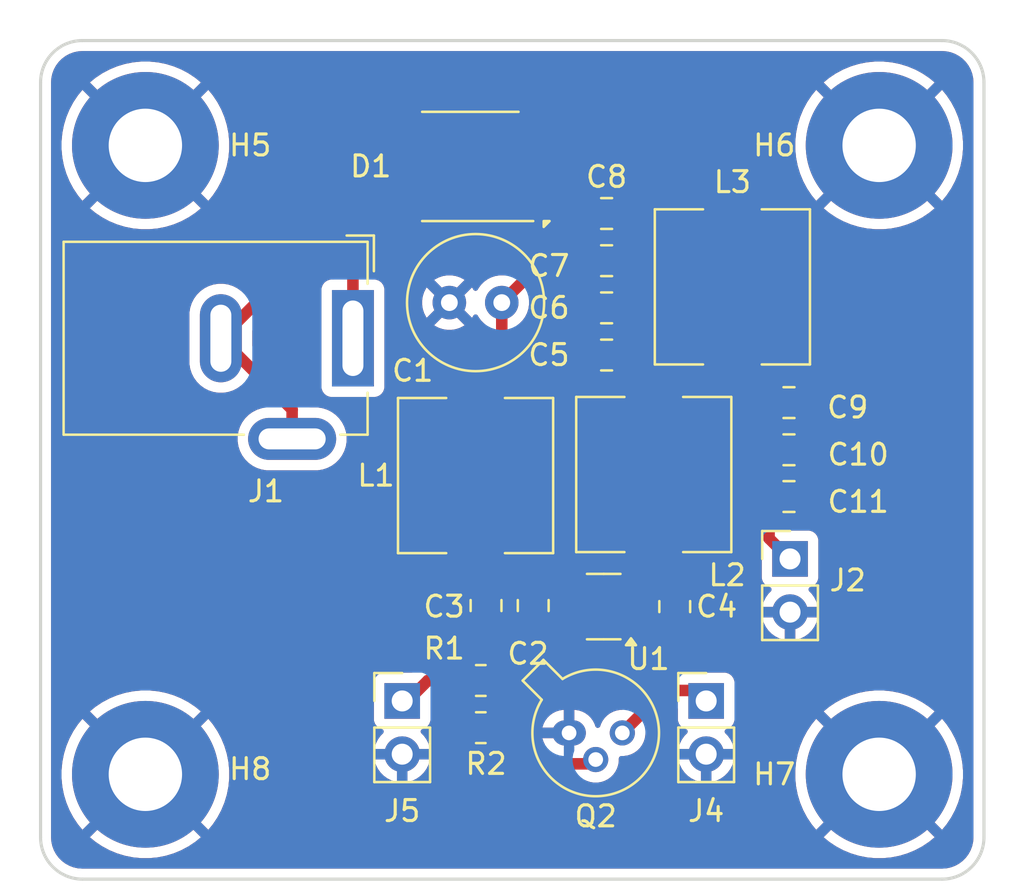
<source format=kicad_pcb>
(kicad_pcb (version 20241229) (generator "pcbnew") (generator_version "9.0")
  (layers (0 "F.Cu" signal) (2 "B.Cu" signal) (13 "F.Paste" user) (15 "B.Paste" user) (5 "F.SilkS" user "F.Silkscreen") (7 "B.SilkS" user "B.Silkscreen") (1 "F.Mask" user) (3 "B.Mask" user) (25 "Edge.Cuts" user))
  (net 0 "")
  (net 1 "GND")
  (net 2 "Net-(U1-VI)")
  (net 3 "Net-(U1-VO)")
  (net 4 "Net-(D1-+)")
  (net 5 "Net-(C5-Pad1)")
  (net 6 "Net-(J2-Pin_1)")
  (net 7 "Net-(D1-Pad3)")
  (net 8 "Net-(D1-Pad4)")
  (net 9 "Net-(J4-Pin_1)")
  (net 10 "Net-(J5-Pin_1)")
  (net 11 "Net-(Q2-B)")
  (footprint "Resistor_SMD:R_0805_2012Metric" (layer "F.Cu") (at 121 68.525 180)
    (property "Reference" "R1" (at 1.75 1.525 0) (layer "F.SilkS"))
    (property "Value" "8k2")
    (fp_line (start -0.227064 0.735) (end 0.227064 0.735) (stroke (width 0.12)) (layer "F.SilkS"))
    (fp_line (start -0.227064 -0.735) (end 0.227064 -0.735) (stroke (width 0.12)) (layer "F.SilkS"))
    (pad "1" smd roundrect (at -0.9125 0 180) (size 1.025 1.4) (layers "F.Cu" "F.Mask" "F.Paste") (roundrect_rratio 0.243902) (net 11 "Net-(Q2-B)"))
    (pad "2" smd roundrect (at 0.9125 0 180) (size 1.025 1.4) (layers "F.Cu" "F.Mask" "F.Paste") (roundrect_rratio 0.243902) (net 10 "Net-(J5-Pin_1)"))
  )
  (footprint "Capacitor_SMD:C_0805_2012Metric" (layer "F.Cu") (at 130.25 65 -90)
    (property "Reference" "C4" (at 0 -2 180) (layer "F.SilkS"))
    (property "Value" "1u")
    (fp_line (start -0.261252 0.735) (end 0.261252 0.735) (stroke (width 0.12)) (layer "F.SilkS"))
    (fp_line (start -0.261252 -0.735) (end 0.261252 -0.735) (stroke (width 0.12)) (layer "F.SilkS"))
    (pad "1" smd roundrect (at -0.95 0 270) (size 1 1.45) (layers "F.Cu" "F.Mask" "F.Paste") (net 3 "Net-(U1-VO)"))
    (pad "2" smd roundrect (at 0.95 0 270) (size 1 1.45) (layers "F.Cu" "F.Mask" "F.Paste") (net 1 "GND"))
  )
  (footprint "Diode_SMD:Diode_Bridge_Diotec_ABS" (layer "F.Cu") (at 120.5 44 180)
    (property "Reference" "D1" (at 4.75 0 0) (layer "F.SilkS"))
    (property "Value" "ABS2")
    (fp_line (start 2.3 2.6) (end -2.3 2.6) (stroke (width 0.12)) (layer "F.SilkS"))
    (fp_line (start 2.3 -2.61) (end -3 -2.61) (stroke (width 0.12)) (layer "F.SilkS"))
    (fp_poly (pts (xy -3.5 -2.61) (xy -3.78 -2.61) (xy -3.5 -2.89) (xy -3.5 -2.61)) (stroke (width 0.12)) (fill yes) (layer "F.SilkS"))
    (pad "1" smd rect (at -2.975 -2 180) (size 1 0.7) (layers "F.Cu" "F.Mask" "F.Paste") (net 4 "Net-(D1-+)"))
    (pad "2" smd rect (at -2.975 2 180) (size 1 0.7) (layers "F.Cu" "F.Mask" "F.Paste") (net 1 "GND"))
    (pad "3" smd rect (at 2.975 2 180) (size 1 0.7) (layers "F.Cu" "F.Mask" "F.Paste") (net 7 "Net-(D1-Pad3)"))
    (pad "4" smd rect (at 2.975 -2 180) (size 1 0.7) (layers "F.Cu" "F.Mask" "F.Paste") (net 8 "Net-(D1-Pad4)"))
  )
  (footprint "Inductor_SMD:L_7.3x7.3_H3.5" (layer "F.Cu") (at 133 49.75 90)
    (property "Reference" "L3" (at 5 0 180) (layer "F.SilkS"))
    (property "Value" "22u")
    (fp_line (start 3.7 -3.7) (end 3.7 -1.4) (stroke (width 0.12)) (layer "F.SilkS"))
    (fp_line (start -3.7 -3.7) (end 3.7 -3.7) (stroke (width 0.12)) (layer "F.SilkS"))
    (fp_line (start -3.7 -1.4) (end -3.7 -3.7) (stroke (width 0.12)) (layer "F.SilkS"))
    (fp_line (start 3.7 1.4) (end 3.7 3.7) (stroke (width 0.12)) (layer "F.SilkS"))
    (fp_line (start 3.7 3.7) (end -3.7 3.7) (stroke (width 0.12)) (layer "F.SilkS"))
    (fp_line (start -3.7 3.7) (end -3.7 1.4) (stroke (width 0.12)) (layer "F.SilkS"))
    (pad "1" smd rect (at -3.2 0 90) (size 1.5 2.2) (layers "F.Cu" "F.Mask" "F.Paste") (net 6 "Net-(J2-Pin_1)"))
    (pad "2" smd rect (at 3.2 0 90) (size 1.5 2.2) (layers "F.Cu" "F.Mask" "F.Paste") (net 5 "Net-(C5-Pad1)"))
  )
  (footprint "Capacitor_SMD:C_0805_2012Metric" (layer "F.Cu") (at 127 48.5 180)
    (property "Reference" "C7" (at 2.75 -0.25 0) (layer "F.SilkS"))
    (property "Value" "10n")
    (fp_line (start -0.261252 0.735) (end 0.261252 0.735) (stroke (width 0.12)) (layer "F.SilkS"))
    (fp_line (start -0.261252 -0.735) (end 0.261252 -0.735) (stroke (width 0.12)) (layer "F.SilkS"))
    (pad "1" smd roundrect (at -0.95 0 180) (size 1 1.45) (layers "F.Cu" "F.Mask" "F.Paste") (net 5 "Net-(C5-Pad1)"))
    (pad "2" smd roundrect (at 0.95 0 180) (size 1 1.45) (layers "F.Cu" "F.Mask" "F.Paste") (net 1 "GND"))
  )
  (footprint "Inductor_SMD:L_7.3x7.3_H3.5" (layer "F.Cu") (at 120.75 58.75 90)
    (property "Reference" "L1" (at 0 -4.75 180) (layer "F.SilkS"))
    (property "Value" "22u")
    (fp_line (start 3.7 -3.7) (end 3.7 -1.4) (stroke (width 0.12)) (layer "F.SilkS"))
    (fp_line (start -3.7 -3.7) (end 3.7 -3.7) (stroke (width 0.12)) (layer "F.SilkS"))
    (fp_line (start -3.7 -1.4) (end -3.7 -3.7) (stroke (width 0.12)) (layer "F.SilkS"))
    (fp_line (start 3.7 1.4) (end 3.7 3.7) (stroke (width 0.12)) (layer "F.SilkS"))
    (fp_line (start 3.7 3.7) (end -3.7 3.7) (stroke (width 0.12)) (layer "F.SilkS"))
    (fp_line (start -3.7 3.7) (end -3.7 1.4) (stroke (width 0.12)) (layer "F.SilkS"))
    (pad "1" smd rect (at -3.2 0 90) (size 1.5 2.2) (layers "F.Cu" "F.Mask" "F.Paste") (net 2 "Net-(U1-VI)"))
    (pad "2" smd rect (at 3.2 0 90) (size 1.5 2.2) (layers "F.Cu" "F.Mask" "F.Paste") (net 4 "Net-(D1-+)"))
  )
  (footprint "Package_TO_SOT_THT:TO-18-3" (layer "F.Cu") (at 125.21 71.025)
    (property "Reference" "Q2" (at 1.27 3.975 0) (layer "F.SilkS"))
    (property "Value" "BC107")
    (fp_line (start -2.214448 -2.494499) (end -1.302281 -1.582331) (stroke (width 0.12)) (layer "F.SilkS"))
    (fp_line (start -1.224499 -3.484448) (end -2.214448 -2.494499) (stroke (width 0.12)) (layer "F.SilkS"))
    (fp_line (start -0.312331 -2.572281) (end -1.224499 -3.484448) (stroke (width 0.12)) (layer "F.SilkS"))
    (fp_arc (start -0.312331 -2.572281) (mid 3.405462 2.135462) (end -1.302281 -1.582331) (stroke (width 0.12)) (layer "F.SilkS"))
    (pad "1" thru_hole oval (at 0 0) (size 1.6 1.2) (drill 0.7) (layers "*.Cu" "*.Mask") (net 1 "GND"))
    (pad "2" thru_hole circle (at 1.27 1.27) (size 1.2 1.2) (drill 0.7) (layers "*.Cu" "*.Mask") (net 11 "Net-(Q2-B)"))
    (pad "3" thru_hole circle (at 2.54 0) (size 1.2 1.2) (drill 0.7) (layers "*.Cu" "*.Mask") (net 9 "Net-(J4-Pin_1)"))
  )
  (footprint "MountingHole:MountingHole_3.5mm_Pad" (layer "F.Cu") (at 140 43 90)
    (property "Reference" "H6" (at 0 -5 180) (layer "F.SilkS"))
    (property "Value" "MountingHole_Pad")
    (pad "1" thru_hole circle (at 0 0 90) (size 7 7) (drill 3.5) (layers "*.Cu" "*.Mask") (net 1 "GND"))
  )
  (footprint "Capacitor_SMD:C_0805_2012Metric" (layer "F.Cu") (at 127 50.75 180)
    (property "Reference" "C6" (at 2.75 0 0) (layer "F.SilkS"))
    (property "Value" "100n")
    (fp_line (start -0.261252 0.735) (end 0.261252 0.735) (stroke (width 0.12)) (layer "F.SilkS"))
    (fp_line (start -0.261252 -0.735) (end 0.261252 -0.735) (stroke (width 0.12)) (layer "F.SilkS"))
    (pad "1" smd roundrect (at -0.95 0 180) (size 1 1.45) (layers "F.Cu" "F.Mask" "F.Paste") (net 5 "Net-(C5-Pad1)"))
    (pad "2" smd roundrect (at 0.95 0 180) (size 1 1.45) (layers "F.Cu" "F.Mask" "F.Paste") (net 1 "GND"))
  )
  (footprint "Capacitor_SMD:C_0805_2012Metric" (layer "F.Cu") (at 121.25 64.95 -90)
    (property "Reference" "C3" (at 0.05 2 180) (layer "F.SilkS"))
    (property "Value" "1u")
    (fp_line (start -0.261252 0.735) (end 0.261252 0.735) (stroke (width 0.12)) (layer "F.SilkS"))
    (fp_line (start -0.261252 -0.735) (end 0.261252 -0.735) (stroke (width 0.12)) (layer "F.SilkS"))
    (pad "1" smd roundrect (at -0.95 0 270) (size 1 1.45) (layers "F.Cu" "F.Mask" "F.Paste") (net 2 "Net-(U1-VI)"))
    (pad "2" smd roundrect (at 0.95 0 270) (size 1 1.45) (layers "F.Cu" "F.Mask" "F.Paste") (net 1 "GND"))
  )
  (footprint "Capacitor_SMD:C_0805_2012Metric" (layer "F.Cu") (at 127 46.25 180)
    (property "Reference" "C8" (at 0 1.75 0) (layer "F.SilkS"))
    (property "Value" "1u")
    (fp_line (start -0.261252 0.735) (end 0.261252 0.735) (stroke (width 0.12)) (layer "F.SilkS"))
    (fp_line (start -0.261252 -0.735) (end 0.261252 -0.735) (stroke (width 0.12)) (layer "F.SilkS"))
    (pad "1" smd roundrect (at -0.95 0 180) (size 1 1.45) (layers "F.Cu" "F.Mask" "F.Paste") (net 5 "Net-(C5-Pad1)"))
    (pad "2" smd roundrect (at 0.95 0 180) (size 1 1.45) (layers "F.Cu" "F.Mask" "F.Paste") (net 1 "GND"))
  )
  (footprint "Connector_PinHeader_2.54mm:PinHeader_1x02_P2.54mm_Vertical" (layer "F.Cu") (at 117.25 69.5)
    (property "Reference" "J5" (at 0 5.25 0) (layer "F.SilkS"))
    (property "Value" "Conn_01x02_Pin")
    (fp_line (start -1.33 -1.33) (end 0 -1.33) (stroke (width 0.12)) (layer "F.SilkS"))
    (fp_line (start -1.33 0) (end -1.33 -1.33) (stroke (width 0.12)) (layer "F.SilkS"))
    (fp_line (start -1.33 1.27) (end -1.33 3.87) (stroke (width 0.12)) (layer "F.SilkS"))
    (fp_line (start -1.33 1.27) (end 1.33 1.27) (stroke (width 0.12)) (layer "F.SilkS"))
    (fp_line (start -1.33 3.87) (end 1.33 3.87) (stroke (width 0.12)) (layer "F.SilkS"))
    (fp_line (start 1.33 1.27) (end 1.33 3.87) (stroke (width 0.12)) (layer "F.SilkS"))
    (pad "1" thru_hole rect (at 0 0) (size 1.7 1.7) (drill 1) (layers "*.Cu" "*.Mask") (net 10 "Net-(J5-Pin_1)"))
    (pad "2" thru_hole oval (at 0 2.54) (size 1.7 1.7) (drill 1) (layers "*.Cu" "*.Mask") (net 1 "GND"))
  )
  (footprint "Connector_BarrelJack:BarrelJack_GCT_DCJ200-10-A_Horizontal" (layer "F.Cu") (at 114.9 52.2 -90)
    (property "Reference" "J1" (at 7.3 4.15 180) (layer "F.SilkS"))
    (property "Value" "Barrel_Jack_Switch")
    (fp_line (start -4.6 13.8) (end -4.6 -0.7) (stroke (width 0.12)) (layer "F.SilkS"))
    (fp_line (start 4.6 13.8) (end -4.6 13.8) (stroke (width 0.12)) (layer "F.SilkS"))
    (fp_line (start 4.6 5.2) (end 4.6 13.8) (stroke (width 0.12)) (layer "F.SilkS"))
    (fp_line (start -4.6 -0.7) (end -2.6 -0.7) (stroke (width 0.12)) (layer "F.SilkS"))
    (fp_line (start 2.6 -0.7) (end 4.6 -0.7) (stroke (width 0.12)) (layer "F.SilkS"))
    (fp_line (start 4.6 -0.7) (end 4.6 0.6) (stroke (width 0.12)) (layer "F.SilkS"))
    (fp_line (start -4.9 -1) (end -4.9 0.3) (stroke (width 0.12)) (layer "F.SilkS"))
    (fp_line (start -3.2 -1) (end -4.9 -1) (stroke (width 0.12)) (layer "F.SilkS"))
    (pad "1" thru_hole rect (at 0 0 270) (size 4.6 2) (drill oval 3.6 1) (layers "*.Cu" "*.Mask") (net 8 "Net-(D1-Pad4)"))
    (pad "2" thru_hole oval (at 0 6.3 270) (size 4.2 2) (drill oval 3.2 1) (layers "*.Cu" "*.Mask") (net 7 "Net-(D1-Pad3)"))
    (pad "3" thru_hole oval (at 4.8 2.9 270) (size 2 4.2) (drill oval 1 3.2) (layers "*.Cu" "*.Mask") (net 7 "Net-(D1-Pad3)"))
  )
  (footprint "Capacitor_THT:C_Radial_D6.3mm_H5.0mm_P2.50mm" (layer "F.Cu") (at 122 50.5 180)
    (property "Reference" "C1" (at 4.25 -3.25 0) (layer "F.SilkS"))
    (property "Value" "100u/12v")
    (fp_circle (center 1.25 0) (end 4.52 0) (stroke (width 0.12)) (fill no) (layer "F.SilkS"))
    (pad "1" thru_hole circle (at 0 0 180) (size 1.6 1.6) (drill 0.8) (layers "*.Cu" "*.Mask") (net 4 "Net-(D1-+)"))
    (pad "2" thru_hole circle (at 2.5 0 180) (size 1.6 1.6) (drill 0.8) (layers "*.Cu" "*.Mask") (net 1 "GND"))
  )
  (footprint "Connector_PinHeader_2.54mm:PinHeader_1x02_P2.54mm_Vertical" (layer "F.Cu") (at 131.75 69.5)
    (property "Reference" "J4" (at 0 5.25 0) (layer "F.SilkS"))
    (property "Value" "Conn_01x02_Pin")
    (fp_line (start -1.33 -1.33) (end 0 -1.33) (stroke (width 0.12)) (layer "F.SilkS"))
    (fp_line (start -1.33 0) (end -1.33 -1.33) (stroke (width 0.12)) (layer "F.SilkS"))
    (fp_line (start -1.33 1.27) (end -1.33 3.87) (stroke (width 0.12)) (layer "F.SilkS"))
    (fp_line (start -1.33 1.27) (end 1.33 1.27) (stroke (width 0.12)) (layer "F.SilkS"))
    (fp_line (start -1.33 3.87) (end 1.33 3.87) (stroke (width 0.12)) (layer "F.SilkS"))
    (fp_line (start 1.33 1.27) (end 1.33 3.87) (stroke (width 0.12)) (layer "F.SilkS"))
    (pad "1" thru_hole rect (at 0 0) (size 1.7 1.7) (drill 1) (layers "*.Cu" "*.Mask") (net 9 "Net-(J4-Pin_1)"))
    (pad "2" thru_hole oval (at 0 2.54) (size 1.7 1.7) (drill 1) (layers "*.Cu" "*.Mask") (net 1 "GND"))
  )
  (footprint "Capacitor_SMD:C_0805_2012Metric" (layer "F.Cu") (at 135.7 59.75)
    (property "Reference" "C11" (at 3.3 0.25 0) (layer "F.SilkS"))
    (property "Value" "10n")
    (fp_line (start -0.261252 -0.735) (end 0.261252 -0.735) (stroke (width 0.12)) (layer "F.SilkS"))
    (fp_line (start -0.261252 0.735) (end 0.261252 0.735) (stroke (width 0.12)) (layer "F.SilkS"))
    (pad "1" smd roundrect (at -0.95 0) (size 1 1.45) (layers "F.Cu" "F.Mask" "F.Paste") (net 6 "Net-(J2-Pin_1)"))
    (pad "2" smd roundrect (at 0.95 0) (size 1 1.45) (layers "F.Cu" "F.Mask" "F.Paste") (net 1 "GND"))
  )
  (footprint "MountingHole:MountingHole_3.5mm_Pad" (layer "F.Cu") (at 105 43 90)
    (property "Reference" "H5" (at 0 5 180) (layer "F.SilkS"))
    (property "Value" "MountingHole_Pad")
    (pad "1" thru_hole circle (at 0 0 90) (size 7 7) (drill 3.5) (layers "*.Cu" "*.Mask") (net 1 "GND"))
  )
  (footprint "Connector_PinHeader_2.54mm:PinHeader_1x02_P2.54mm_Vertical" (layer "F.Cu") (at 135.75 62.725)
    (property "Reference" "J2" (at 2.75 1.025 0) (layer "F.SilkS"))
    (property "Value" "Conn_01x02_Pin")
    (fp_line (start -1.33 -1.33) (end 0 -1.33) (stroke (width 0.12)) (layer "F.SilkS"))
    (fp_line (start -1.33 0) (end -1.33 -1.33) (stroke (width 0.12)) (layer "F.SilkS"))
    (fp_line (start -1.33 1.27) (end -1.33 3.87) (stroke (width 0.12)) (layer "F.SilkS"))
    (fp_line (start -1.33 1.27) (end 1.33 1.27) (stroke (width 0.12)) (layer "F.SilkS"))
    (fp_line (start -1.33 3.87) (end 1.33 3.87) (stroke (width 0.12)) (layer "F.SilkS"))
    (fp_line (start 1.33 1.27) (end 1.33 3.87) (stroke (width 0.12)) (layer "F.SilkS"))
    (pad "1" thru_hole rect (at 0 0) (size 1.7 1.7) (drill 1) (layers "*.Cu" "*.Mask") (net 6 "Net-(J2-Pin_1)"))
    (pad "2" thru_hole oval (at 0 2.54) (size 1.7 1.7) (drill 1) (layers "*.Cu" "*.Mask") (net 1 "GND"))
  )
  (footprint "MountingHole:MountingHole_3.5mm_Pad" (layer "F.Cu") (at 140 73)
    (property "Reference" "H7" (at -5 0 0) (layer "F.SilkS"))
    (property "Value" "MountingHole_Pad")
    (pad "1" thru_hole circle (at 0 0) (size 7 7) (drill 3.5) (layers "*.Cu" "*.Mask") (net 1 "GND"))
  )
  (footprint "Capacitor_SMD:C_0805_2012Metric" (layer "F.Cu") (at 135.7 57.52)
    (property "Reference" "C10" (at 3.3 0.23 0) (layer "F.SilkS"))
    (property "Value" "100n")
    (fp_line (start -0.261252 -0.735) (end 0.261252 -0.735) (stroke (width 0.12)) (layer "F.SilkS"))
    (fp_line (start -0.261252 0.735) (end 0.261252 0.735) (stroke (width 0.12)) (layer "F.SilkS"))
    (pad "1" smd roundrect (at -0.95 0) (size 1 1.45) (layers "F.Cu" "F.Mask" "F.Paste") (net 6 "Net-(J2-Pin_1)"))
    (pad "2" smd roundrect (at 0.95 0) (size 1 1.45) (layers "F.Cu" "F.Mask" "F.Paste") (net 1 "GND"))
  )
  (footprint "Inductor_SMD:L_7.3x7.3_H3.5" (layer "F.Cu") (at 129.25 58.7 -90)
    (property "Reference" "L2" (at 4.8 -3.5 180) (layer "F.SilkS"))
    (property "Value" "22u")
    (fp_line (start -3.7 3.7) (end -3.7 1.4) (stroke (width 0.12)) (layer "F.SilkS"))
    (fp_line (start 3.7 3.7) (end -3.7 3.7) (stroke (width 0.12)) (layer "F.SilkS"))
    (fp_line (start 3.7 1.4) (end 3.7 3.7) (stroke (width 0.12)) (layer "F.SilkS"))
    (fp_line (start -3.7 -1.4) (end -3.7 -3.7) (stroke (width 0.12)) (layer "F.SilkS"))
    (fp_line (start -3.7 -3.7) (end 3.7 -3.7) (stroke (width 0.12)) (layer "F.SilkS"))
    (fp_line (start 3.7 -3.7) (end 3.7 -1.4) (stroke (width 0.12)) (layer "F.SilkS"))
    (pad "1" smd rect (at -3.2 0 270) (size 1.5 2.2) (layers "F.Cu" "F.Mask" "F.Paste") (net 5 "Net-(C5-Pad1)"))
    (pad "2" smd rect (at 3.2 0 270) (size 1.5 2.2) (layers "F.Cu" "F.Mask" "F.Paste") (net 3 "Net-(U1-VO)"))
  )
  (footprint "MountingHole:MountingHole_3.5mm_Pad" (layer "F.Cu") (at 105 73)
    (property "Reference" "H8" (at 5 -0.25 0) (layer "F.SilkS"))
    (property "Value" "MountingHole_Pad")
    (pad "1" thru_hole circle (at 0 0) (size 7 7) (drill 3.5) (layers "*.Cu" "*.Mask") (net 1 "GND"))
  )
  (footprint "Capacitor_SMD:C_0805_2012Metric" (layer "F.Cu") (at 127 53 180)
    (property "Reference" "C5" (at 2.75 0 0) (layer "F.SilkS"))
    (property "Value" "1u")
    (fp_line (start -0.261252 0.735) (end 0.261252 0.735) (stroke (width 0.12)) (layer "F.SilkS"))
    (fp_line (start -0.261252 -0.735) (end 0.261252 -0.735) (stroke (width 0.12)) (layer "F.SilkS"))
    (pad "1" smd roundrect (at -0.95 0 180) (size 1 1.45) (layers "F.Cu" "F.Mask" "F.Paste") (net 5 "Net-(C5-Pad1)"))
    (pad "2" smd roundrect (at 0.95 0 180) (size 1 1.45) (layers "F.Cu" "F.Mask" "F.Paste") (net 1 "GND"))
  )
  (footprint "Resistor_SMD:R_0805_2012Metric" (layer "F.Cu") (at 121 70.775)
    (property "Reference" "R2" (at 0.25 1.725 0) (layer "F.SilkS"))
    (property "Value" "8k2")
    (fp_line (start -0.227064 -0.735) (end 0.227064 -0.735) (stroke (width 0.12)) (layer "F.SilkS"))
    (fp_line (start -0.227064 0.735) (end 0.227064 0.735) (stroke (width 0.12)) (layer "F.SilkS"))
    (pad "1" smd roundrect (at -0.9125 0) (size 1.025 1.4) (layers "F.Cu" "F.Mask" "F.Paste") (roundrect_rratio 0.243902) (net 1 "GND"))
    (pad "2" smd roundrect (at 0.9125 0) (size 1.025 1.4) (layers "F.Cu" "F.Mask" "F.Paste") (roundrect_rratio 0.243902) (net 11 "Net-(Q2-B)"))
  )
  (footprint "Capacitor_SMD:C_0805_2012Metric" (layer "F.Cu") (at 123.5 64.95 -90)
    (property "Reference" "C2" (at 2.3 0.25 180) (layer "F.SilkS"))
    (property "Value" "1u")
    (fp_line (start -0.261252 0.735) (end 0.261252 0.735) (stroke (width 0.12)) (layer "F.SilkS"))
    (fp_line (start -0.261252 -0.735) (end 0.261252 -0.735) (stroke (width 0.12)) (layer "F.SilkS"))
    (pad "1" smd roundrect (at -0.95 0 270) (size 1 1.45) (layers "F.Cu" "F.Mask" "F.Paste") (net 2 "Net-(U1-VI)"))
    (pad "2" smd roundrect (at 0.95 0 270) (size 1 1.45) (layers "F.Cu" "F.Mask" "F.Paste") (net 1 "GND"))
  )
  (footprint "Capacitor_SMD:C_0805_2012Metric" (layer "F.Cu") (at 135.7 55.27)
    (property "Reference" "C9" (at 2.8 0.23 0) (layer "F.SilkS"))
    (property "Value" "1u")
    (fp_line (start -0.261252 -0.735) (end 0.261252 -0.735) (stroke (width 0.12)) (layer "F.SilkS"))
    (fp_line (start -0.261252 0.735) (end 0.261252 0.735) (stroke (width 0.12)) (layer "F.SilkS"))
    (pad "1" smd roundrect (at -0.95 0) (size 1 1.45) (layers "F.Cu" "F.Mask" "F.Paste") (net 6 "Net-(J2-Pin_1)"))
    (pad "2" smd roundrect (at 0.95 0) (size 1 1.45) (layers "F.Cu" "F.Mask" "F.Paste") (net 1 "GND"))
  )
  (footprint "Package_TO_SOT_SMD:SOT-23-3" (layer "F.Cu") (at 126.8625 65 180)
    (property "Reference" "U1" (at -2.1375 -2.5 0) (layer "F.SilkS"))
    (property "Value" "NCP1117-12_TO252")
    (fp_line (start 0 1.56) (end 0.8 1.56) (stroke (width 0.12)) (layer "F.SilkS"))
    (fp_line (start 0 1.56) (end -0.8 1.56) (stroke (width 0.12)) (layer "F.SilkS"))
    (fp_line (start 0 -1.56) (end 0.8 -1.56) (stroke (width 0.12)) (layer "F.SilkS"))
    (fp_line (start 0 -1.56) (end -0.8 -1.56) (stroke (width 0.12)) (layer "F.SilkS"))
    (fp_poly (pts (xy -1.3 -1.51) (xy -1.54 -1.84) (xy -1.06 -1.84) (xy -1.3 -1.51)) (stroke (width 0.12)) (fill yes) (layer "F.SilkS"))
    (pad "1" smd roundrect (at -1.1375 -0.95 180) (size 1.325 0.6) (layers "F.Cu" "F.Mask" "F.Paste") (net 1 "GND"))
    (pad "2" smd roundrect (at -1.1375 0.95 180) (size 1.325 0.6) (layers "F.Cu" "F.Mask" "F.Paste") (net 3 "Net-(U1-VO)"))
    (pad "3" smd roundrect (at 1.1375 0 180) (size 1.325 0.6) (layers "F.Cu" "F.Mask" "F.Paste") (net 2 "Net-(U1-VI)"))
  )
  (gr_line (start 145 75.992789) (end 145 40) (stroke (width 0.15)) (layer "Edge.Cuts"))
  (gr_line (start 102.007211 77.999999) (end 143.000013 78.000013) (stroke (width 0.15)) (layer "Edge.Cuts"))
  (gr_arc (start 102.000014 78.000012) (mid 100.5858 77.414226) (end 100.000014 76.000012) (stroke (width 0.15)) (layer "Edge.Cuts"))
  (gr_arc (start 145.000013 76.000013) (mid 144.414227 77.414227) (end 143.000013 78.000013) (stroke (width 0.15)) (layer "Edge.Cuts"))
  (gr_line (start 100 76) (end 100 40) (stroke (width 0.15)) (layer "Edge.Cuts"))
  (gr_line (start 143 38) (end 102 38) (stroke (width 0.15)) (layer "Edge.Cuts"))
  (gr_arc (start 100.000001 40.000001) (mid 100.585787 38.585787) (end 102.000001 38.000001) (stroke (width 0.15)) (layer "Edge.Cuts"))
  (gr_arc (start 143 38) (mid 144.414214 38.585786) (end 145 40) (stroke (width 0.15)) (layer "Edge.Cuts"))
  (segment (start 120.75 63.5) (end 121.25 64) (width 0.55) (layer "F.Cu") (net 2))
  (segment (start 124.725 64) (end 125.725 65) (width 0.55) (layer "F.Cu") (net 2))
  (segment (start 120.75 61.95) (end 120.75 63.5) (width 0.55) (layer "F.Cu") (net 2))
  (segment (start 123.5 64) (end 124.725 64) (width 0.55) (layer "F.Cu") (net 2))
  (segment (start 121.25 64) (end 123.5 64) (width 0.55) (layer "F.Cu") (net 2))
  (segment (start 130.25 62.9) (end 129.25 61.9) (width 0.55) (layer "F.Cu") (net 3))
  (segment (start 128 64.05) (end 130.25 64.05) (width 0.55) (layer "F.Cu") (net 3))
  (segment (start 130.25 64.05) (end 130.25 62.9) (width 0.55) (layer "F.Cu") (net 3))
  (segment (start 122 53) (end 120.75 54.25) (width 0.55) (layer "F.Cu") (net 4))
  (segment (start 122 50.5) (end 122 53) (width 0.55) (layer "F.Cu") (net 4))
  (segment (start 120.75 54.25) (end 120.75 55.55) (width 0.55) (layer "F.Cu") (net 4))
  (segment (start 123.475 46) (end 123.475 49.025) (width 0.55) (layer "F.Cu") (net 4))
  (segment (start 123.475 49.025) (end 122 50.5) (width 0.55) (layer "F.Cu") (net 4))
  (segment (start 127.95 46.25) (end 127.95 48.5) (width 0.55) (layer "F.Cu") (net 5))
  (segment (start 128.25 46.55) (end 127.95 46.25) (width 0.55) (layer "F.Cu") (net 5))
  (segment (start 133 46.55) (end 128.25 46.55) (width 0.55) (layer "F.Cu") (net 5))
  (segment (start 127.95 50.75) (end 127.95 53) (width 0.55) (layer "F.Cu") (net 5))
  (segment (start 128.95 54) (end 129 54) (width 0.55) (layer "F.Cu") (net 5))
  (segment (start 129 55.25) (end 129.25 55.5) (width 0.55) (layer "F.Cu") (net 5))
  (segment (start 127.95 53) (end 128.95 54) (width 0.55) (layer "F.Cu") (net 5))
  (segment (start 129 54) (end 129 55.25) (width 0.55) (layer "F.Cu") (net 5))
  (segment (start 127.95 48.5) (end 127.95 50.75) (width 0.55) (layer "F.Cu") (net 5))
  (segment (start 134.75 54.7) (end 133 52.95) (width 0.55) (layer "F.Cu") (net 6))
  (segment (start 134.75 57.52) (end 134.75 55.27) (width 0.55) (layer "F.Cu") (net 6))
  (segment (start 134.75 59.75) (end 134.75 57.52) (width 0.55) (layer "F.Cu") (net 6))
  (segment (start 135.725 62.725) (end 134.75 61.75) (width 0.55) (layer "F.Cu") (net 6))
  (segment (start 134.75 61.75) (end 134.75 59.75) (width 0.55) (layer "F.Cu") (net 6))
  (segment (start 135.75 62.725) (end 135.725 62.725) (width 0.55) (layer "F.Cu") (net 6))
  (segment (start 134.75 55.27) (end 134.75 54.7) (width 0.55) (layer "F.Cu") (net 6))
  (segment (start 108.6 52.2) (end 112 48.8) (width 0.55) (layer "F.Cu") (net 7))
  (segment (start 112 48.8) (end 112 47) (width 0.55) (layer "F.Cu") (net 7))
  (segment (start 112 47) (end 117 42) (width 0.55) (layer "F.Cu") (net 7))
  (segment (start 112 57) (end 112 55.6) (width 0.55) (layer "F.Cu") (net 7))
  (segment (start 112 55.6) (end 108.6 52.2) (width 0.55) (layer "F.Cu") (net 7))
  (segment (start 117 42) (end 117.525 42) (width 0.55) (layer "F.Cu") (net 7))
  (segment (start 117 46) (end 114.9 48.1) (width 0.55) (layer "F.Cu") (net 8))
  (segment (start 117.525 46) (end 117 46) (width 0.55) (layer "F.Cu") (net 8))
  (segment (start 114.9 48.1) (end 114.9 52.2) (width 0.55) (layer "F.Cu") (net 8))
  (segment (start 129.775 69) (end 131.25 69) (width 0.55) (layer "F.Cu") (net 9))
  (segment (start 127.75 71.025) (end 129.775 69) (width 0.55) (layer "F.Cu") (net 9))
  (segment (start 131.25 69) (end 131.75 69.5) (width 0.55) (layer "F.Cu") (net 9))
  (segment (start 118.475 68.525) (end 120.0875 68.525) (width 0.55) (layer "F.Cu") (net 10))
  (segment (start 117.5 69.5) (end 118.475 68.525) (width 0.55) (layer "F.Cu") (net 10))
  (segment (start 117.25 69.5) (end 117.5 69.5) (width 0.55) (layer "F.Cu") (net 10))
  (segment (start 121.9125 70.775) (end 121.9125 71.4125) (width 0.55) (layer "F.Cu") (net 11))
  (segment (start 121.9125 68.525) (end 121.9125 70.775) (width 0.55) (layer "F.Cu") (net 11))
  (segment (start 123 72.5) (end 126.275 72.5) (width 0.55) (layer "F.Cu") (net 11))
  (segment (start 126.275 72.5) (end 126.48 72.295) (width 0.55) (layer "F.Cu") (net 11))
  (segment (start 121.9125 71.4125) (end 123 72.5) (width 0.55) (layer "F.Cu") (net 11))
  (zone (net 1) (net_name "GND") (layers "F.Cu" "B.Cu") (connect_pads (clearance 0.5)) (min_thickness 0.25) (fill yes (thermal_gap 0.5) (thermal_bridge_width 0.5))
    (polygon (pts (xy 100 38) (xy 145 38) (xy 145 78) (xy 100 78)))
  )
)
</source>
